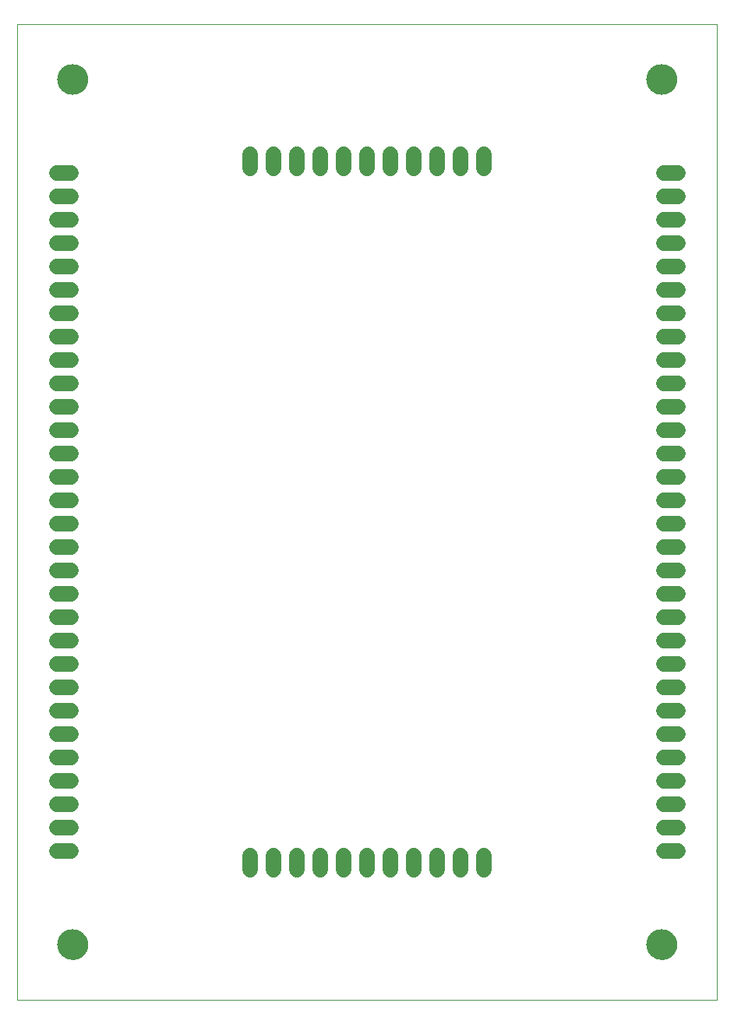
<source format=gts>
From 51b01522af86c36a5edf33779d5fe3c2b8273b70 Mon Sep 17 00:00:00 2001
From: kb0iic <kb0iic@berzerkula.org>
Date: Fri, 22 Jun 2018 21:01:53 -0500
Subject: Update Large digit boards with dimensions, unused pins and packages.

---
 eagle/5x7 Display/5x7_LARGE_DIGIT2_6952.GTS | 1193 +++++++++++++++++++++++++++
 1 file changed, 1193 insertions(+)
 create mode 100644 eagle/5x7 Display/5x7_LARGE_DIGIT2_6952.GTS

(limited to 'eagle/5x7 Display/5x7_LARGE_DIGIT2_6952.GTS')

diff --git a/eagle/5x7 Display/5x7_LARGE_DIGIT2_6952.GTS b/eagle/5x7 Display/5x7_LARGE_DIGIT2_6952.GTS
new file mode 100644
index 0000000..f584a79
--- /dev/null
+++ b/eagle/5x7 Display/5x7_LARGE_DIGIT2_6952.GTS	
@@ -0,0 +1,1193 @@
+G75*
+%MOIN*%
+%OFA0B0*%
+%FSLAX25Y25*%
+%IPPOS*%
+%LPD*%
+%AMOC8*
+5,1,8,0,0,1.08239X$1,22.5*
+%
+%ADD10C,0.00000*%
+%ADD11C,0.06500*%
+%ADD12C,0.13098*%
+D10*
+X0012961Y0010993D02*
+X0012961Y0428315D01*
+X0312174Y0428315D01*
+X0312174Y0010993D01*
+X0012961Y0010993D01*
+X0030284Y0034615D02*
+X0030286Y0034773D01*
+X0030292Y0034931D01*
+X0030302Y0035089D01*
+X0030316Y0035247D01*
+X0030334Y0035404D01*
+X0030355Y0035561D01*
+X0030381Y0035717D01*
+X0030411Y0035873D01*
+X0030444Y0036028D01*
+X0030482Y0036181D01*
+X0030523Y0036334D01*
+X0030568Y0036486D01*
+X0030617Y0036637D01*
+X0030670Y0036786D01*
+X0030726Y0036934D01*
+X0030786Y0037080D01*
+X0030850Y0037225D01*
+X0030918Y0037368D01*
+X0030989Y0037510D01*
+X0031063Y0037650D01*
+X0031141Y0037787D01*
+X0031223Y0037923D01*
+X0031307Y0038057D01*
+X0031396Y0038188D01*
+X0031487Y0038317D01*
+X0031582Y0038444D01*
+X0031679Y0038569D01*
+X0031780Y0038691D01*
+X0031884Y0038810D01*
+X0031991Y0038927D01*
+X0032101Y0039041D01*
+X0032214Y0039152D01*
+X0032329Y0039261D01*
+X0032447Y0039366D01*
+X0032568Y0039468D01*
+X0032691Y0039568D01*
+X0032817Y0039664D01*
+X0032945Y0039757D01*
+X0033075Y0039847D01*
+X0033208Y0039933D01*
+X0033343Y0040017D01*
+X0033479Y0040096D01*
+X0033618Y0040173D01*
+X0033759Y0040245D01*
+X0033901Y0040315D01*
+X0034045Y0040380D01*
+X0034191Y0040442D01*
+X0034338Y0040500D01*
+X0034487Y0040555D01*
+X0034637Y0040606D01*
+X0034788Y0040653D01*
+X0034940Y0040696D01*
+X0035093Y0040735D01*
+X0035248Y0040771D01*
+X0035403Y0040802D01*
+X0035559Y0040830D01*
+X0035715Y0040854D01*
+X0035872Y0040874D01*
+X0036030Y0040890D01*
+X0036187Y0040902D01*
+X0036346Y0040910D01*
+X0036504Y0040914D01*
+X0036662Y0040914D01*
+X0036820Y0040910D01*
+X0036979Y0040902D01*
+X0037136Y0040890D01*
+X0037294Y0040874D01*
+X0037451Y0040854D01*
+X0037607Y0040830D01*
+X0037763Y0040802D01*
+X0037918Y0040771D01*
+X0038073Y0040735D01*
+X0038226Y0040696D01*
+X0038378Y0040653D01*
+X0038529Y0040606D01*
+X0038679Y0040555D01*
+X0038828Y0040500D01*
+X0038975Y0040442D01*
+X0039121Y0040380D01*
+X0039265Y0040315D01*
+X0039407Y0040245D01*
+X0039548Y0040173D01*
+X0039687Y0040096D01*
+X0039823Y0040017D01*
+X0039958Y0039933D01*
+X0040091Y0039847D01*
+X0040221Y0039757D01*
+X0040349Y0039664D01*
+X0040475Y0039568D01*
+X0040598Y0039468D01*
+X0040719Y0039366D01*
+X0040837Y0039261D01*
+X0040952Y0039152D01*
+X0041065Y0039041D01*
+X0041175Y0038927D01*
+X0041282Y0038810D01*
+X0041386Y0038691D01*
+X0041487Y0038569D01*
+X0041584Y0038444D01*
+X0041679Y0038317D01*
+X0041770Y0038188D01*
+X0041859Y0038057D01*
+X0041943Y0037923D01*
+X0042025Y0037787D01*
+X0042103Y0037650D01*
+X0042177Y0037510D01*
+X0042248Y0037368D01*
+X0042316Y0037225D01*
+X0042380Y0037080D01*
+X0042440Y0036934D01*
+X0042496Y0036786D01*
+X0042549Y0036637D01*
+X0042598Y0036486D01*
+X0042643Y0036334D01*
+X0042684Y0036181D01*
+X0042722Y0036028D01*
+X0042755Y0035873D01*
+X0042785Y0035717D01*
+X0042811Y0035561D01*
+X0042832Y0035404D01*
+X0042850Y0035247D01*
+X0042864Y0035089D01*
+X0042874Y0034931D01*
+X0042880Y0034773D01*
+X0042882Y0034615D01*
+X0042880Y0034457D01*
+X0042874Y0034299D01*
+X0042864Y0034141D01*
+X0042850Y0033983D01*
+X0042832Y0033826D01*
+X0042811Y0033669D01*
+X0042785Y0033513D01*
+X0042755Y0033357D01*
+X0042722Y0033202D01*
+X0042684Y0033049D01*
+X0042643Y0032896D01*
+X0042598Y0032744D01*
+X0042549Y0032593D01*
+X0042496Y0032444D01*
+X0042440Y0032296D01*
+X0042380Y0032150D01*
+X0042316Y0032005D01*
+X0042248Y0031862D01*
+X0042177Y0031720D01*
+X0042103Y0031580D01*
+X0042025Y0031443D01*
+X0041943Y0031307D01*
+X0041859Y0031173D01*
+X0041770Y0031042D01*
+X0041679Y0030913D01*
+X0041584Y0030786D01*
+X0041487Y0030661D01*
+X0041386Y0030539D01*
+X0041282Y0030420D01*
+X0041175Y0030303D01*
+X0041065Y0030189D01*
+X0040952Y0030078D01*
+X0040837Y0029969D01*
+X0040719Y0029864D01*
+X0040598Y0029762D01*
+X0040475Y0029662D01*
+X0040349Y0029566D01*
+X0040221Y0029473D01*
+X0040091Y0029383D01*
+X0039958Y0029297D01*
+X0039823Y0029213D01*
+X0039687Y0029134D01*
+X0039548Y0029057D01*
+X0039407Y0028985D01*
+X0039265Y0028915D01*
+X0039121Y0028850D01*
+X0038975Y0028788D01*
+X0038828Y0028730D01*
+X0038679Y0028675D01*
+X0038529Y0028624D01*
+X0038378Y0028577D01*
+X0038226Y0028534D01*
+X0038073Y0028495D01*
+X0037918Y0028459D01*
+X0037763Y0028428D01*
+X0037607Y0028400D01*
+X0037451Y0028376D01*
+X0037294Y0028356D01*
+X0037136Y0028340D01*
+X0036979Y0028328D01*
+X0036820Y0028320D01*
+X0036662Y0028316D01*
+X0036504Y0028316D01*
+X0036346Y0028320D01*
+X0036187Y0028328D01*
+X0036030Y0028340D01*
+X0035872Y0028356D01*
+X0035715Y0028376D01*
+X0035559Y0028400D01*
+X0035403Y0028428D01*
+X0035248Y0028459D01*
+X0035093Y0028495D01*
+X0034940Y0028534D01*
+X0034788Y0028577D01*
+X0034637Y0028624D01*
+X0034487Y0028675D01*
+X0034338Y0028730D01*
+X0034191Y0028788D01*
+X0034045Y0028850D01*
+X0033901Y0028915D01*
+X0033759Y0028985D01*
+X0033618Y0029057D01*
+X0033479Y0029134D01*
+X0033343Y0029213D01*
+X0033208Y0029297D01*
+X0033075Y0029383D01*
+X0032945Y0029473D01*
+X0032817Y0029566D01*
+X0032691Y0029662D01*
+X0032568Y0029762D01*
+X0032447Y0029864D01*
+X0032329Y0029969D01*
+X0032214Y0030078D01*
+X0032101Y0030189D01*
+X0031991Y0030303D01*
+X0031884Y0030420D01*
+X0031780Y0030539D01*
+X0031679Y0030661D01*
+X0031582Y0030786D01*
+X0031487Y0030913D01*
+X0031396Y0031042D01*
+X0031307Y0031173D01*
+X0031223Y0031307D01*
+X0031141Y0031443D01*
+X0031063Y0031580D01*
+X0030989Y0031720D01*
+X0030918Y0031862D01*
+X0030850Y0032005D01*
+X0030786Y0032150D01*
+X0030726Y0032296D01*
+X0030670Y0032444D01*
+X0030617Y0032593D01*
+X0030568Y0032744D01*
+X0030523Y0032896D01*
+X0030482Y0033049D01*
+X0030444Y0033202D01*
+X0030411Y0033357D01*
+X0030381Y0033513D01*
+X0030355Y0033669D01*
+X0030334Y0033826D01*
+X0030316Y0033983D01*
+X0030302Y0034141D01*
+X0030292Y0034299D01*
+X0030286Y0034457D01*
+X0030284Y0034615D01*
+X0282253Y0034615D02*
+X0282255Y0034773D01*
+X0282261Y0034931D01*
+X0282271Y0035089D01*
+X0282285Y0035247D01*
+X0282303Y0035404D01*
+X0282324Y0035561D01*
+X0282350Y0035717D01*
+X0282380Y0035873D01*
+X0282413Y0036028D01*
+X0282451Y0036181D01*
+X0282492Y0036334D01*
+X0282537Y0036486D01*
+X0282586Y0036637D01*
+X0282639Y0036786D01*
+X0282695Y0036934D01*
+X0282755Y0037080D01*
+X0282819Y0037225D01*
+X0282887Y0037368D01*
+X0282958Y0037510D01*
+X0283032Y0037650D01*
+X0283110Y0037787D01*
+X0283192Y0037923D01*
+X0283276Y0038057D01*
+X0283365Y0038188D01*
+X0283456Y0038317D01*
+X0283551Y0038444D01*
+X0283648Y0038569D01*
+X0283749Y0038691D01*
+X0283853Y0038810D01*
+X0283960Y0038927D01*
+X0284070Y0039041D01*
+X0284183Y0039152D01*
+X0284298Y0039261D01*
+X0284416Y0039366D01*
+X0284537Y0039468D01*
+X0284660Y0039568D01*
+X0284786Y0039664D01*
+X0284914Y0039757D01*
+X0285044Y0039847D01*
+X0285177Y0039933D01*
+X0285312Y0040017D01*
+X0285448Y0040096D01*
+X0285587Y0040173D01*
+X0285728Y0040245D01*
+X0285870Y0040315D01*
+X0286014Y0040380D01*
+X0286160Y0040442D01*
+X0286307Y0040500D01*
+X0286456Y0040555D01*
+X0286606Y0040606D01*
+X0286757Y0040653D01*
+X0286909Y0040696D01*
+X0287062Y0040735D01*
+X0287217Y0040771D01*
+X0287372Y0040802D01*
+X0287528Y0040830D01*
+X0287684Y0040854D01*
+X0287841Y0040874D01*
+X0287999Y0040890D01*
+X0288156Y0040902D01*
+X0288315Y0040910D01*
+X0288473Y0040914D01*
+X0288631Y0040914D01*
+X0288789Y0040910D01*
+X0288948Y0040902D01*
+X0289105Y0040890D01*
+X0289263Y0040874D01*
+X0289420Y0040854D01*
+X0289576Y0040830D01*
+X0289732Y0040802D01*
+X0289887Y0040771D01*
+X0290042Y0040735D01*
+X0290195Y0040696D01*
+X0290347Y0040653D01*
+X0290498Y0040606D01*
+X0290648Y0040555D01*
+X0290797Y0040500D01*
+X0290944Y0040442D01*
+X0291090Y0040380D01*
+X0291234Y0040315D01*
+X0291376Y0040245D01*
+X0291517Y0040173D01*
+X0291656Y0040096D01*
+X0291792Y0040017D01*
+X0291927Y0039933D01*
+X0292060Y0039847D01*
+X0292190Y0039757D01*
+X0292318Y0039664D01*
+X0292444Y0039568D01*
+X0292567Y0039468D01*
+X0292688Y0039366D01*
+X0292806Y0039261D01*
+X0292921Y0039152D01*
+X0293034Y0039041D01*
+X0293144Y0038927D01*
+X0293251Y0038810D01*
+X0293355Y0038691D01*
+X0293456Y0038569D01*
+X0293553Y0038444D01*
+X0293648Y0038317D01*
+X0293739Y0038188D01*
+X0293828Y0038057D01*
+X0293912Y0037923D01*
+X0293994Y0037787D01*
+X0294072Y0037650D01*
+X0294146Y0037510D01*
+X0294217Y0037368D01*
+X0294285Y0037225D01*
+X0294349Y0037080D01*
+X0294409Y0036934D01*
+X0294465Y0036786D01*
+X0294518Y0036637D01*
+X0294567Y0036486D01*
+X0294612Y0036334D01*
+X0294653Y0036181D01*
+X0294691Y0036028D01*
+X0294724Y0035873D01*
+X0294754Y0035717D01*
+X0294780Y0035561D01*
+X0294801Y0035404D01*
+X0294819Y0035247D01*
+X0294833Y0035089D01*
+X0294843Y0034931D01*
+X0294849Y0034773D01*
+X0294851Y0034615D01*
+X0294849Y0034457D01*
+X0294843Y0034299D01*
+X0294833Y0034141D01*
+X0294819Y0033983D01*
+X0294801Y0033826D01*
+X0294780Y0033669D01*
+X0294754Y0033513D01*
+X0294724Y0033357D01*
+X0294691Y0033202D01*
+X0294653Y0033049D01*
+X0294612Y0032896D01*
+X0294567Y0032744D01*
+X0294518Y0032593D01*
+X0294465Y0032444D01*
+X0294409Y0032296D01*
+X0294349Y0032150D01*
+X0294285Y0032005D01*
+X0294217Y0031862D01*
+X0294146Y0031720D01*
+X0294072Y0031580D01*
+X0293994Y0031443D01*
+X0293912Y0031307D01*
+X0293828Y0031173D01*
+X0293739Y0031042D01*
+X0293648Y0030913D01*
+X0293553Y0030786D01*
+X0293456Y0030661D01*
+X0293355Y0030539D01*
+X0293251Y0030420D01*
+X0293144Y0030303D01*
+X0293034Y0030189D01*
+X0292921Y0030078D01*
+X0292806Y0029969D01*
+X0292688Y0029864D01*
+X0292567Y0029762D01*
+X0292444Y0029662D01*
+X0292318Y0029566D01*
+X0292190Y0029473D01*
+X0292060Y0029383D01*
+X0291927Y0029297D01*
+X0291792Y0029213D01*
+X0291656Y0029134D01*
+X0291517Y0029057D01*
+X0291376Y0028985D01*
+X0291234Y0028915D01*
+X0291090Y0028850D01*
+X0290944Y0028788D01*
+X0290797Y0028730D01*
+X0290648Y0028675D01*
+X0290498Y0028624D01*
+X0290347Y0028577D01*
+X0290195Y0028534D01*
+X0290042Y0028495D01*
+X0289887Y0028459D01*
+X0289732Y0028428D01*
+X0289576Y0028400D01*
+X0289420Y0028376D01*
+X0289263Y0028356D01*
+X0289105Y0028340D01*
+X0288948Y0028328D01*
+X0288789Y0028320D01*
+X0288631Y0028316D01*
+X0288473Y0028316D01*
+X0288315Y0028320D01*
+X0288156Y0028328D01*
+X0287999Y0028340D01*
+X0287841Y0028356D01*
+X0287684Y0028376D01*
+X0287528Y0028400D01*
+X0287372Y0028428D01*
+X0287217Y0028459D01*
+X0287062Y0028495D01*
+X0286909Y0028534D01*
+X0286757Y0028577D01*
+X0286606Y0028624D01*
+X0286456Y0028675D01*
+X0286307Y0028730D01*
+X0286160Y0028788D01*
+X0286014Y0028850D01*
+X0285870Y0028915D01*
+X0285728Y0028985D01*
+X0285587Y0029057D01*
+X0285448Y0029134D01*
+X0285312Y0029213D01*
+X0285177Y0029297D01*
+X0285044Y0029383D01*
+X0284914Y0029473D01*
+X0284786Y0029566D01*
+X0284660Y0029662D01*
+X0284537Y0029762D01*
+X0284416Y0029864D01*
+X0284298Y0029969D01*
+X0284183Y0030078D01*
+X0284070Y0030189D01*
+X0283960Y0030303D01*
+X0283853Y0030420D01*
+X0283749Y0030539D01*
+X0283648Y0030661D01*
+X0283551Y0030786D01*
+X0283456Y0030913D01*
+X0283365Y0031042D01*
+X0283276Y0031173D01*
+X0283192Y0031307D01*
+X0283110Y0031443D01*
+X0283032Y0031580D01*
+X0282958Y0031720D01*
+X0282887Y0031862D01*
+X0282819Y0032005D01*
+X0282755Y0032150D01*
+X0282695Y0032296D01*
+X0282639Y0032444D01*
+X0282586Y0032593D01*
+X0282537Y0032744D01*
+X0282492Y0032896D01*
+X0282451Y0033049D01*
+X0282413Y0033202D01*
+X0282380Y0033357D01*
+X0282350Y0033513D01*
+X0282324Y0033669D01*
+X0282303Y0033826D01*
+X0282285Y0033983D01*
+X0282271Y0034141D01*
+X0282261Y0034299D01*
+X0282255Y0034457D01*
+X0282253Y0034615D01*
+X0282253Y0404693D02*
+X0282255Y0404851D01*
+X0282261Y0405009D01*
+X0282271Y0405167D01*
+X0282285Y0405325D01*
+X0282303Y0405482D01*
+X0282324Y0405639D01*
+X0282350Y0405795D01*
+X0282380Y0405951D01*
+X0282413Y0406106D01*
+X0282451Y0406259D01*
+X0282492Y0406412D01*
+X0282537Y0406564D01*
+X0282586Y0406715D01*
+X0282639Y0406864D01*
+X0282695Y0407012D01*
+X0282755Y0407158D01*
+X0282819Y0407303D01*
+X0282887Y0407446D01*
+X0282958Y0407588D01*
+X0283032Y0407728D01*
+X0283110Y0407865D01*
+X0283192Y0408001D01*
+X0283276Y0408135D01*
+X0283365Y0408266D01*
+X0283456Y0408395D01*
+X0283551Y0408522D01*
+X0283648Y0408647D01*
+X0283749Y0408769D01*
+X0283853Y0408888D01*
+X0283960Y0409005D01*
+X0284070Y0409119D01*
+X0284183Y0409230D01*
+X0284298Y0409339D01*
+X0284416Y0409444D01*
+X0284537Y0409546D01*
+X0284660Y0409646D01*
+X0284786Y0409742D01*
+X0284914Y0409835D01*
+X0285044Y0409925D01*
+X0285177Y0410011D01*
+X0285312Y0410095D01*
+X0285448Y0410174D01*
+X0285587Y0410251D01*
+X0285728Y0410323D01*
+X0285870Y0410393D01*
+X0286014Y0410458D01*
+X0286160Y0410520D01*
+X0286307Y0410578D01*
+X0286456Y0410633D01*
+X0286606Y0410684D01*
+X0286757Y0410731D01*
+X0286909Y0410774D01*
+X0287062Y0410813D01*
+X0287217Y0410849D01*
+X0287372Y0410880D01*
+X0287528Y0410908D01*
+X0287684Y0410932D01*
+X0287841Y0410952D01*
+X0287999Y0410968D01*
+X0288156Y0410980D01*
+X0288315Y0410988D01*
+X0288473Y0410992D01*
+X0288631Y0410992D01*
+X0288789Y0410988D01*
+X0288948Y0410980D01*
+X0289105Y0410968D01*
+X0289263Y0410952D01*
+X0289420Y0410932D01*
+X0289576Y0410908D01*
+X0289732Y0410880D01*
+X0289887Y0410849D01*
+X0290042Y0410813D01*
+X0290195Y0410774D01*
+X0290347Y0410731D01*
+X0290498Y0410684D01*
+X0290648Y0410633D01*
+X0290797Y0410578D01*
+X0290944Y0410520D01*
+X0291090Y0410458D01*
+X0291234Y0410393D01*
+X0291376Y0410323D01*
+X0291517Y0410251D01*
+X0291656Y0410174D01*
+X0291792Y0410095D01*
+X0291927Y0410011D01*
+X0292060Y0409925D01*
+X0292190Y0409835D01*
+X0292318Y0409742D01*
+X0292444Y0409646D01*
+X0292567Y0409546D01*
+X0292688Y0409444D01*
+X0292806Y0409339D01*
+X0292921Y0409230D01*
+X0293034Y0409119D01*
+X0293144Y0409005D01*
+X0293251Y0408888D01*
+X0293355Y0408769D01*
+X0293456Y0408647D01*
+X0293553Y0408522D01*
+X0293648Y0408395D01*
+X0293739Y0408266D01*
+X0293828Y0408135D01*
+X0293912Y0408001D01*
+X0293994Y0407865D01*
+X0294072Y0407728D01*
+X0294146Y0407588D01*
+X0294217Y0407446D01*
+X0294285Y0407303D01*
+X0294349Y0407158D01*
+X0294409Y0407012D01*
+X0294465Y0406864D01*
+X0294518Y0406715D01*
+X0294567Y0406564D01*
+X0294612Y0406412D01*
+X0294653Y0406259D01*
+X0294691Y0406106D01*
+X0294724Y0405951D01*
+X0294754Y0405795D01*
+X0294780Y0405639D01*
+X0294801Y0405482D01*
+X0294819Y0405325D01*
+X0294833Y0405167D01*
+X0294843Y0405009D01*
+X0294849Y0404851D01*
+X0294851Y0404693D01*
+X0294849Y0404535D01*
+X0294843Y0404377D01*
+X0294833Y0404219D01*
+X0294819Y0404061D01*
+X0294801Y0403904D01*
+X0294780Y0403747D01*
+X0294754Y0403591D01*
+X0294724Y0403435D01*
+X0294691Y0403280D01*
+X0294653Y0403127D01*
+X0294612Y0402974D01*
+X0294567Y0402822D01*
+X0294518Y0402671D01*
+X0294465Y0402522D01*
+X0294409Y0402374D01*
+X0294349Y0402228D01*
+X0294285Y0402083D01*
+X0294217Y0401940D01*
+X0294146Y0401798D01*
+X0294072Y0401658D01*
+X0293994Y0401521D01*
+X0293912Y0401385D01*
+X0293828Y0401251D01*
+X0293739Y0401120D01*
+X0293648Y0400991D01*
+X0293553Y0400864D01*
+X0293456Y0400739D01*
+X0293355Y0400617D01*
+X0293251Y0400498D01*
+X0293144Y0400381D01*
+X0293034Y0400267D01*
+X0292921Y0400156D01*
+X0292806Y0400047D01*
+X0292688Y0399942D01*
+X0292567Y0399840D01*
+X0292444Y0399740D01*
+X0292318Y0399644D01*
+X0292190Y0399551D01*
+X0292060Y0399461D01*
+X0291927Y0399375D01*
+X0291792Y0399291D01*
+X0291656Y0399212D01*
+X0291517Y0399135D01*
+X0291376Y0399063D01*
+X0291234Y0398993D01*
+X0291090Y0398928D01*
+X0290944Y0398866D01*
+X0290797Y0398808D01*
+X0290648Y0398753D01*
+X0290498Y0398702D01*
+X0290347Y0398655D01*
+X0290195Y0398612D01*
+X0290042Y0398573D01*
+X0289887Y0398537D01*
+X0289732Y0398506D01*
+X0289576Y0398478D01*
+X0289420Y0398454D01*
+X0289263Y0398434D01*
+X0289105Y0398418D01*
+X0288948Y0398406D01*
+X0288789Y0398398D01*
+X0288631Y0398394D01*
+X0288473Y0398394D01*
+X0288315Y0398398D01*
+X0288156Y0398406D01*
+X0287999Y0398418D01*
+X0287841Y0398434D01*
+X0287684Y0398454D01*
+X0287528Y0398478D01*
+X0287372Y0398506D01*
+X0287217Y0398537D01*
+X0287062Y0398573D01*
+X0286909Y0398612D01*
+X0286757Y0398655D01*
+X0286606Y0398702D01*
+X0286456Y0398753D01*
+X0286307Y0398808D01*
+X0286160Y0398866D01*
+X0286014Y0398928D01*
+X0285870Y0398993D01*
+X0285728Y0399063D01*
+X0285587Y0399135D01*
+X0285448Y0399212D01*
+X0285312Y0399291D01*
+X0285177Y0399375D01*
+X0285044Y0399461D01*
+X0284914Y0399551D01*
+X0284786Y0399644D01*
+X0284660Y0399740D01*
+X0284537Y0399840D01*
+X0284416Y0399942D01*
+X0284298Y0400047D01*
+X0284183Y0400156D01*
+X0284070Y0400267D01*
+X0283960Y0400381D01*
+X0283853Y0400498D01*
+X0283749Y0400617D01*
+X0283648Y0400739D01*
+X0283551Y0400864D01*
+X0283456Y0400991D01*
+X0283365Y0401120D01*
+X0283276Y0401251D01*
+X0283192Y0401385D01*
+X0283110Y0401521D01*
+X0283032Y0401658D01*
+X0282958Y0401798D01*
+X0282887Y0401940D01*
+X0282819Y0402083D01*
+X0282755Y0402228D01*
+X0282695Y0402374D01*
+X0282639Y0402522D01*
+X0282586Y0402671D01*
+X0282537Y0402822D01*
+X0282492Y0402974D01*
+X0282451Y0403127D01*
+X0282413Y0403280D01*
+X0282380Y0403435D01*
+X0282350Y0403591D01*
+X0282324Y0403747D01*
+X0282303Y0403904D01*
+X0282285Y0404061D01*
+X0282271Y0404219D01*
+X0282261Y0404377D01*
+X0282255Y0404535D01*
+X0282253Y0404693D01*
+X0030284Y0404693D02*
+X0030286Y0404851D01*
+X0030292Y0405009D01*
+X0030302Y0405167D01*
+X0030316Y0405325D01*
+X0030334Y0405482D01*
+X0030355Y0405639D01*
+X0030381Y0405795D01*
+X0030411Y0405951D01*
+X0030444Y0406106D01*
+X0030482Y0406259D01*
+X0030523Y0406412D01*
+X0030568Y0406564D01*
+X0030617Y0406715D01*
+X0030670Y0406864D01*
+X0030726Y0407012D01*
+X0030786Y0407158D01*
+X0030850Y0407303D01*
+X0030918Y0407446D01*
+X0030989Y0407588D01*
+X0031063Y0407728D01*
+X0031141Y0407865D01*
+X0031223Y0408001D01*
+X0031307Y0408135D01*
+X0031396Y0408266D01*
+X0031487Y0408395D01*
+X0031582Y0408522D01*
+X0031679Y0408647D01*
+X0031780Y0408769D01*
+X0031884Y0408888D01*
+X0031991Y0409005D01*
+X0032101Y0409119D01*
+X0032214Y0409230D01*
+X0032329Y0409339D01*
+X0032447Y0409444D01*
+X0032568Y0409546D01*
+X0032691Y0409646D01*
+X0032817Y0409742D01*
+X0032945Y0409835D01*
+X0033075Y0409925D01*
+X0033208Y0410011D01*
+X0033343Y0410095D01*
+X0033479Y0410174D01*
+X0033618Y0410251D01*
+X0033759Y0410323D01*
+X0033901Y0410393D01*
+X0034045Y0410458D01*
+X0034191Y0410520D01*
+X0034338Y0410578D01*
+X0034487Y0410633D01*
+X0034637Y0410684D01*
+X0034788Y0410731D01*
+X0034940Y0410774D01*
+X0035093Y0410813D01*
+X0035248Y0410849D01*
+X0035403Y0410880D01*
+X0035559Y0410908D01*
+X0035715Y0410932D01*
+X0035872Y0410952D01*
+X0036030Y0410968D01*
+X0036187Y0410980D01*
+X0036346Y0410988D01*
+X0036504Y0410992D01*
+X0036662Y0410992D01*
+X0036820Y0410988D01*
+X0036979Y0410980D01*
+X0037136Y0410968D01*
+X0037294Y0410952D01*
+X0037451Y0410932D01*
+X0037607Y0410908D01*
+X0037763Y0410880D01*
+X0037918Y0410849D01*
+X0038073Y0410813D01*
+X0038226Y0410774D01*
+X0038378Y0410731D01*
+X0038529Y0410684D01*
+X0038679Y0410633D01*
+X0038828Y0410578D01*
+X0038975Y0410520D01*
+X0039121Y0410458D01*
+X0039265Y0410393D01*
+X0039407Y0410323D01*
+X0039548Y0410251D01*
+X0039687Y0410174D01*
+X0039823Y0410095D01*
+X0039958Y0410011D01*
+X0040091Y0409925D01*
+X0040221Y0409835D01*
+X0040349Y0409742D01*
+X0040475Y0409646D01*
+X0040598Y0409546D01*
+X0040719Y0409444D01*
+X0040837Y0409339D01*
+X0040952Y0409230D01*
+X0041065Y0409119D01*
+X0041175Y0409005D01*
+X0041282Y0408888D01*
+X0041386Y0408769D01*
+X0041487Y0408647D01*
+X0041584Y0408522D01*
+X0041679Y0408395D01*
+X0041770Y0408266D01*
+X0041859Y0408135D01*
+X0041943Y0408001D01*
+X0042025Y0407865D01*
+X0042103Y0407728D01*
+X0042177Y0407588D01*
+X0042248Y0407446D01*
+X0042316Y0407303D01*
+X0042380Y0407158D01*
+X0042440Y0407012D01*
+X0042496Y0406864D01*
+X0042549Y0406715D01*
+X0042598Y0406564D01*
+X0042643Y0406412D01*
+X0042684Y0406259D01*
+X0042722Y0406106D01*
+X0042755Y0405951D01*
+X0042785Y0405795D01*
+X0042811Y0405639D01*
+X0042832Y0405482D01*
+X0042850Y0405325D01*
+X0042864Y0405167D01*
+X0042874Y0405009D01*
+X0042880Y0404851D01*
+X0042882Y0404693D01*
+X0042880Y0404535D01*
+X0042874Y0404377D01*
+X0042864Y0404219D01*
+X0042850Y0404061D01*
+X0042832Y0403904D01*
+X0042811Y0403747D01*
+X0042785Y0403591D01*
+X0042755Y0403435D01*
+X0042722Y0403280D01*
+X0042684Y0403127D01*
+X0042643Y0402974D01*
+X0042598Y0402822D01*
+X0042549Y0402671D01*
+X0042496Y0402522D01*
+X0042440Y0402374D01*
+X0042380Y0402228D01*
+X0042316Y0402083D01*
+X0042248Y0401940D01*
+X0042177Y0401798D01*
+X0042103Y0401658D01*
+X0042025Y0401521D01*
+X0041943Y0401385D01*
+X0041859Y0401251D01*
+X0041770Y0401120D01*
+X0041679Y0400991D01*
+X0041584Y0400864D01*
+X0041487Y0400739D01*
+X0041386Y0400617D01*
+X0041282Y0400498D01*
+X0041175Y0400381D01*
+X0041065Y0400267D01*
+X0040952Y0400156D01*
+X0040837Y0400047D01*
+X0040719Y0399942D01*
+X0040598Y0399840D01*
+X0040475Y0399740D01*
+X0040349Y0399644D01*
+X0040221Y0399551D01*
+X0040091Y0399461D01*
+X0039958Y0399375D01*
+X0039823Y0399291D01*
+X0039687Y0399212D01*
+X0039548Y0399135D01*
+X0039407Y0399063D01*
+X0039265Y0398993D01*
+X0039121Y0398928D01*
+X0038975Y0398866D01*
+X0038828Y0398808D01*
+X0038679Y0398753D01*
+X0038529Y0398702D01*
+X0038378Y0398655D01*
+X0038226Y0398612D01*
+X0038073Y0398573D01*
+X0037918Y0398537D01*
+X0037763Y0398506D01*
+X0037607Y0398478D01*
+X0037451Y0398454D01*
+X0037294Y0398434D01*
+X0037136Y0398418D01*
+X0036979Y0398406D01*
+X0036820Y0398398D01*
+X0036662Y0398394D01*
+X0036504Y0398394D01*
+X0036346Y0398398D01*
+X0036187Y0398406D01*
+X0036030Y0398418D01*
+X0035872Y0398434D01*
+X0035715Y0398454D01*
+X0035559Y0398478D01*
+X0035403Y0398506D01*
+X0035248Y0398537D01*
+X0035093Y0398573D01*
+X0034940Y0398612D01*
+X0034788Y0398655D01*
+X0034637Y0398702D01*
+X0034487Y0398753D01*
+X0034338Y0398808D01*
+X0034191Y0398866D01*
+X0034045Y0398928D01*
+X0033901Y0398993D01*
+X0033759Y0399063D01*
+X0033618Y0399135D01*
+X0033479Y0399212D01*
+X0033343Y0399291D01*
+X0033208Y0399375D01*
+X0033075Y0399461D01*
+X0032945Y0399551D01*
+X0032817Y0399644D01*
+X0032691Y0399740D01*
+X0032568Y0399840D01*
+X0032447Y0399942D01*
+X0032329Y0400047D01*
+X0032214Y0400156D01*
+X0032101Y0400267D01*
+X0031991Y0400381D01*
+X0031884Y0400498D01*
+X0031780Y0400617D01*
+X0031679Y0400739D01*
+X0031582Y0400864D01*
+X0031487Y0400991D01*
+X0031396Y0401120D01*
+X0031307Y0401251D01*
+X0031223Y0401385D01*
+X0031141Y0401521D01*
+X0031063Y0401658D01*
+X0030989Y0401798D01*
+X0030918Y0401940D01*
+X0030850Y0402083D01*
+X0030786Y0402228D01*
+X0030726Y0402374D01*
+X0030670Y0402522D01*
+X0030617Y0402671D01*
+X0030568Y0402822D01*
+X0030523Y0402974D01*
+X0030482Y0403127D01*
+X0030444Y0403280D01*
+X0030411Y0403435D01*
+X0030381Y0403591D01*
+X0030355Y0403747D01*
+X0030334Y0403904D01*
+X0030316Y0404061D01*
+X0030302Y0404219D01*
+X0030292Y0404377D01*
+X0030286Y0404535D01*
+X0030284Y0404693D01*
+D11*
+X0029646Y0364654D02*
+X0035646Y0364654D01*
+X0035646Y0354654D02*
+X0029646Y0354654D01*
+X0029646Y0344654D02*
+X0035646Y0344654D01*
+X0035646Y0334654D02*
+X0029646Y0334654D01*
+X0029646Y0324654D02*
+X0035646Y0324654D01*
+X0035646Y0314654D02*
+X0029646Y0314654D01*
+X0029646Y0304654D02*
+X0035646Y0304654D01*
+X0035646Y0294654D02*
+X0029646Y0294654D01*
+X0029646Y0284654D02*
+X0035646Y0284654D01*
+X0035646Y0274654D02*
+X0029646Y0274654D01*
+X0029646Y0264654D02*
+X0035646Y0264654D01*
+X0035646Y0254654D02*
+X0029646Y0254654D01*
+X0029646Y0244654D02*
+X0035646Y0244654D01*
+X0035646Y0234654D02*
+X0029646Y0234654D01*
+X0029646Y0224654D02*
+X0035646Y0224654D01*
+X0035646Y0214654D02*
+X0029646Y0214654D01*
+X0029646Y0204654D02*
+X0035646Y0204654D01*
+X0035646Y0194654D02*
+X0029646Y0194654D01*
+X0029646Y0184654D02*
+X0035646Y0184654D01*
+X0035646Y0174654D02*
+X0029646Y0174654D01*
+X0029646Y0164654D02*
+X0035646Y0164654D01*
+X0035646Y0154654D02*
+X0029646Y0154654D01*
+X0029646Y0144654D02*
+X0035646Y0144654D01*
+X0035646Y0134654D02*
+X0029646Y0134654D01*
+X0029646Y0124654D02*
+X0035646Y0124654D01*
+X0035646Y0114654D02*
+X0029646Y0114654D01*
+X0029646Y0104654D02*
+X0035646Y0104654D01*
+X0035646Y0094654D02*
+X0029646Y0094654D01*
+X0029646Y0084654D02*
+X0035646Y0084654D01*
+X0035646Y0074654D02*
+X0029646Y0074654D01*
+X0112567Y0072654D02*
+X0112567Y0066654D01*
+X0122567Y0066654D02*
+X0122567Y0072654D01*
+X0132567Y0072654D02*
+X0132567Y0066654D01*
+X0142567Y0066654D02*
+X0142567Y0072654D01*
+X0152567Y0072654D02*
+X0152567Y0066654D01*
+X0162567Y0066654D02*
+X0162567Y0072654D01*
+X0172567Y0072654D02*
+X0172567Y0066654D01*
+X0182567Y0066654D02*
+X0182567Y0072654D01*
+X0192567Y0072654D02*
+X0192567Y0066654D01*
+X0202567Y0066654D02*
+X0202567Y0072654D01*
+X0212567Y0072654D02*
+X0212567Y0066654D01*
+X0289489Y0074654D02*
+X0295489Y0074654D01*
+X0295489Y0084654D02*
+X0289489Y0084654D01*
+X0289489Y0094654D02*
+X0295489Y0094654D01*
+X0295489Y0104654D02*
+X0289489Y0104654D01*
+X0289489Y0114654D02*
+X0295489Y0114654D01*
+X0295489Y0124654D02*
+X0289489Y0124654D01*
+X0289489Y0134654D02*
+X0295489Y0134654D01*
+X0295489Y0144654D02*
+X0289489Y0144654D01*
+X0289489Y0154654D02*
+X0295489Y0154654D01*
+X0295489Y0164654D02*
+X0289489Y0164654D01*
+X0289489Y0174654D02*
+X0295489Y0174654D01*
+X0295489Y0184654D02*
+X0289489Y0184654D01*
+X0289489Y0194654D02*
+X0295489Y0194654D01*
+X0295489Y0204654D02*
+X0289489Y0204654D01*
+X0289489Y0214654D02*
+X0295489Y0214654D01*
+X0295489Y0224654D02*
+X0289489Y0224654D01*
+X0289489Y0234654D02*
+X0295489Y0234654D01*
+X0295489Y0244654D02*
+X0289489Y0244654D01*
+X0289489Y0254654D02*
+X0295489Y0254654D01*
+X0295489Y0264654D02*
+X0289489Y0264654D01*
+X0289489Y0274654D02*
+X0295489Y0274654D01*
+X0295489Y0284654D02*
+X0289489Y0284654D01*
+X0289489Y0294654D02*
+X0295489Y0294654D01*
+X0295489Y0304654D02*
+X0289489Y0304654D01*
+X0289489Y0314654D02*
+X0295489Y0314654D01*
+X0295489Y0324654D02*
+X0289489Y0324654D01*
+X0289489Y0334654D02*
+X0295489Y0334654D01*
+X0295489Y0344654D02*
+X0289489Y0344654D01*
+X0289489Y0354654D02*
+X0295489Y0354654D01*
+X0295489Y0364654D02*
+X0289489Y0364654D01*
+X0212567Y0366654D02*
+X0212567Y0372654D01*
+X0202567Y0372654D02*
+X0202567Y0366654D01*
+X0192567Y0366654D02*
+X0192567Y0372654D01*
+X0182567Y0372654D02*
+X0182567Y0366654D01*
+X0172567Y0366654D02*
+X0172567Y0372654D01*
+X0162567Y0372654D02*
+X0162567Y0366654D01*
+X0152567Y0366654D02*
+X0152567Y0372654D01*
+X0142567Y0372654D02*
+X0142567Y0366654D01*
+X0132567Y0366654D02*
+X0132567Y0372654D01*
+X0122567Y0372654D02*
+X0122567Y0366654D01*
+X0112567Y0366654D02*
+X0112567Y0372654D01*
+D12*
+X0036583Y0404693D03*
+X0288552Y0404693D03*
+X0288552Y0034615D03*
+X0036583Y0034615D03*
+M02*
-- 
cgit v1.2.3-54-g00ecf


</source>
